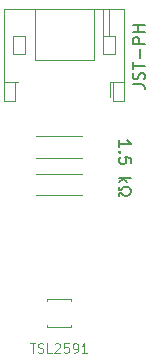
<source format=gbr>
%TF.GenerationSoftware,KiCad,Pcbnew,7.0.2-0*%
%TF.CreationDate,2023-12-19T13:33:06-05:00*%
%TF.ProjectId,TLS2591_v2,544c5332-3539-4315-9f76-322e6b696361,2*%
%TF.SameCoordinates,Original*%
%TF.FileFunction,Legend,Top*%
%TF.FilePolarity,Positive*%
%FSLAX46Y46*%
G04 Gerber Fmt 4.6, Leading zero omitted, Abs format (unit mm)*
G04 Created by KiCad (PCBNEW 7.0.2-0) date 2023-12-19 13:33:06*
%MOMM*%
%LPD*%
G01*
G04 APERTURE LIST*
%ADD10C,0.100000*%
%ADD11C,0.150000*%
%ADD12C,0.120000*%
G04 APERTURE END LIST*
D10*
X149428190Y-99686095D02*
X149885333Y-99686095D01*
X149656761Y-100486095D02*
X149656761Y-99686095D01*
X150113904Y-100448000D02*
X150228190Y-100486095D01*
X150228190Y-100486095D02*
X150418666Y-100486095D01*
X150418666Y-100486095D02*
X150494857Y-100448000D01*
X150494857Y-100448000D02*
X150532952Y-100409904D01*
X150532952Y-100409904D02*
X150571047Y-100333714D01*
X150571047Y-100333714D02*
X150571047Y-100257523D01*
X150571047Y-100257523D02*
X150532952Y-100181333D01*
X150532952Y-100181333D02*
X150494857Y-100143238D01*
X150494857Y-100143238D02*
X150418666Y-100105142D01*
X150418666Y-100105142D02*
X150266285Y-100067047D01*
X150266285Y-100067047D02*
X150190095Y-100028952D01*
X150190095Y-100028952D02*
X150152000Y-99990857D01*
X150152000Y-99990857D02*
X150113904Y-99914666D01*
X150113904Y-99914666D02*
X150113904Y-99838476D01*
X150113904Y-99838476D02*
X150152000Y-99762285D01*
X150152000Y-99762285D02*
X150190095Y-99724190D01*
X150190095Y-99724190D02*
X150266285Y-99686095D01*
X150266285Y-99686095D02*
X150456762Y-99686095D01*
X150456762Y-99686095D02*
X150571047Y-99724190D01*
X151294857Y-100486095D02*
X150913905Y-100486095D01*
X150913905Y-100486095D02*
X150913905Y-99686095D01*
X151523428Y-99762285D02*
X151561524Y-99724190D01*
X151561524Y-99724190D02*
X151637714Y-99686095D01*
X151637714Y-99686095D02*
X151828190Y-99686095D01*
X151828190Y-99686095D02*
X151904381Y-99724190D01*
X151904381Y-99724190D02*
X151942476Y-99762285D01*
X151942476Y-99762285D02*
X151980571Y-99838476D01*
X151980571Y-99838476D02*
X151980571Y-99914666D01*
X151980571Y-99914666D02*
X151942476Y-100028952D01*
X151942476Y-100028952D02*
X151485333Y-100486095D01*
X151485333Y-100486095D02*
X151980571Y-100486095D01*
X152704381Y-99686095D02*
X152323429Y-99686095D01*
X152323429Y-99686095D02*
X152285333Y-100067047D01*
X152285333Y-100067047D02*
X152323429Y-100028952D01*
X152323429Y-100028952D02*
X152399619Y-99990857D01*
X152399619Y-99990857D02*
X152590095Y-99990857D01*
X152590095Y-99990857D02*
X152666286Y-100028952D01*
X152666286Y-100028952D02*
X152704381Y-100067047D01*
X152704381Y-100067047D02*
X152742476Y-100143238D01*
X152742476Y-100143238D02*
X152742476Y-100333714D01*
X152742476Y-100333714D02*
X152704381Y-100409904D01*
X152704381Y-100409904D02*
X152666286Y-100448000D01*
X152666286Y-100448000D02*
X152590095Y-100486095D01*
X152590095Y-100486095D02*
X152399619Y-100486095D01*
X152399619Y-100486095D02*
X152323429Y-100448000D01*
X152323429Y-100448000D02*
X152285333Y-100409904D01*
X153123429Y-100486095D02*
X153275810Y-100486095D01*
X153275810Y-100486095D02*
X153352000Y-100448000D01*
X153352000Y-100448000D02*
X153390096Y-100409904D01*
X153390096Y-100409904D02*
X153466286Y-100295619D01*
X153466286Y-100295619D02*
X153504381Y-100143238D01*
X153504381Y-100143238D02*
X153504381Y-99838476D01*
X153504381Y-99838476D02*
X153466286Y-99762285D01*
X153466286Y-99762285D02*
X153428191Y-99724190D01*
X153428191Y-99724190D02*
X153352000Y-99686095D01*
X153352000Y-99686095D02*
X153199619Y-99686095D01*
X153199619Y-99686095D02*
X153123429Y-99724190D01*
X153123429Y-99724190D02*
X153085334Y-99762285D01*
X153085334Y-99762285D02*
X153047238Y-99838476D01*
X153047238Y-99838476D02*
X153047238Y-100028952D01*
X153047238Y-100028952D02*
X153085334Y-100105142D01*
X153085334Y-100105142D02*
X153123429Y-100143238D01*
X153123429Y-100143238D02*
X153199619Y-100181333D01*
X153199619Y-100181333D02*
X153352000Y-100181333D01*
X153352000Y-100181333D02*
X153428191Y-100143238D01*
X153428191Y-100143238D02*
X153466286Y-100105142D01*
X153466286Y-100105142D02*
X153504381Y-100028952D01*
X154266286Y-100486095D02*
X153809143Y-100486095D01*
X154037715Y-100486095D02*
X154037715Y-99686095D01*
X154037715Y-99686095D02*
X153961524Y-99800380D01*
X153961524Y-99800380D02*
X153885334Y-99876571D01*
X153885334Y-99876571D02*
X153809143Y-99914666D01*
D11*
X158135619Y-77758990D02*
X158849904Y-77758990D01*
X158849904Y-77758990D02*
X158992761Y-77806609D01*
X158992761Y-77806609D02*
X159088000Y-77901847D01*
X159088000Y-77901847D02*
X159135619Y-78044704D01*
X159135619Y-78044704D02*
X159135619Y-78139942D01*
X159088000Y-77330418D02*
X159135619Y-77187561D01*
X159135619Y-77187561D02*
X159135619Y-76949466D01*
X159135619Y-76949466D02*
X159088000Y-76854228D01*
X159088000Y-76854228D02*
X159040380Y-76806609D01*
X159040380Y-76806609D02*
X158945142Y-76758990D01*
X158945142Y-76758990D02*
X158849904Y-76758990D01*
X158849904Y-76758990D02*
X158754666Y-76806609D01*
X158754666Y-76806609D02*
X158707047Y-76854228D01*
X158707047Y-76854228D02*
X158659428Y-76949466D01*
X158659428Y-76949466D02*
X158611809Y-77139942D01*
X158611809Y-77139942D02*
X158564190Y-77235180D01*
X158564190Y-77235180D02*
X158516571Y-77282799D01*
X158516571Y-77282799D02*
X158421333Y-77330418D01*
X158421333Y-77330418D02*
X158326095Y-77330418D01*
X158326095Y-77330418D02*
X158230857Y-77282799D01*
X158230857Y-77282799D02*
X158183238Y-77235180D01*
X158183238Y-77235180D02*
X158135619Y-77139942D01*
X158135619Y-77139942D02*
X158135619Y-76901847D01*
X158135619Y-76901847D02*
X158183238Y-76758990D01*
X158135619Y-76473275D02*
X158135619Y-75901847D01*
X159135619Y-76187561D02*
X158135619Y-76187561D01*
X158754666Y-75568513D02*
X158754666Y-74806609D01*
X159135619Y-74330418D02*
X158135619Y-74330418D01*
X158135619Y-74330418D02*
X158135619Y-73949466D01*
X158135619Y-73949466D02*
X158183238Y-73854228D01*
X158183238Y-73854228D02*
X158230857Y-73806609D01*
X158230857Y-73806609D02*
X158326095Y-73758990D01*
X158326095Y-73758990D02*
X158468952Y-73758990D01*
X158468952Y-73758990D02*
X158564190Y-73806609D01*
X158564190Y-73806609D02*
X158611809Y-73854228D01*
X158611809Y-73854228D02*
X158659428Y-73949466D01*
X158659428Y-73949466D02*
X158659428Y-74330418D01*
X159135619Y-73330418D02*
X158135619Y-73330418D01*
X158611809Y-73330418D02*
X158611809Y-72758990D01*
X159135619Y-72758990D02*
X158135619Y-72758990D01*
X156967380Y-83057904D02*
X156967380Y-82486476D01*
X156967380Y-82772190D02*
X157967380Y-82772190D01*
X157967380Y-82772190D02*
X157824523Y-82676952D01*
X157824523Y-82676952D02*
X157729285Y-82581714D01*
X157729285Y-82581714D02*
X157681666Y-82486476D01*
X157062619Y-83486476D02*
X157015000Y-83534095D01*
X157015000Y-83534095D02*
X156967380Y-83486476D01*
X156967380Y-83486476D02*
X157015000Y-83438857D01*
X157015000Y-83438857D02*
X157062619Y-83486476D01*
X157062619Y-83486476D02*
X156967380Y-83486476D01*
X157967380Y-84438856D02*
X157967380Y-83962666D01*
X157967380Y-83962666D02*
X157491190Y-83915047D01*
X157491190Y-83915047D02*
X157538809Y-83962666D01*
X157538809Y-83962666D02*
X157586428Y-84057904D01*
X157586428Y-84057904D02*
X157586428Y-84295999D01*
X157586428Y-84295999D02*
X157538809Y-84391237D01*
X157538809Y-84391237D02*
X157491190Y-84438856D01*
X157491190Y-84438856D02*
X157395952Y-84486475D01*
X157395952Y-84486475D02*
X157157857Y-84486475D01*
X157157857Y-84486475D02*
X157062619Y-84438856D01*
X157062619Y-84438856D02*
X157015000Y-84391237D01*
X157015000Y-84391237D02*
X156967380Y-84295999D01*
X156967380Y-84295999D02*
X156967380Y-84057904D01*
X156967380Y-84057904D02*
X157015000Y-83962666D01*
X157015000Y-83962666D02*
X157062619Y-83915047D01*
X156967380Y-85676952D02*
X157967380Y-85676952D01*
X157348333Y-85772190D02*
X156967380Y-86057904D01*
X157634047Y-86057904D02*
X157253095Y-85676952D01*
X156967380Y-86438857D02*
X156967380Y-86676952D01*
X156967380Y-86676952D02*
X157157857Y-86676952D01*
X157157857Y-86676952D02*
X157205476Y-86581714D01*
X157205476Y-86581714D02*
X157300714Y-86486476D01*
X157300714Y-86486476D02*
X157443571Y-86438857D01*
X157443571Y-86438857D02*
X157681666Y-86438857D01*
X157681666Y-86438857D02*
X157824523Y-86486476D01*
X157824523Y-86486476D02*
X157919761Y-86581714D01*
X157919761Y-86581714D02*
X157967380Y-86724571D01*
X157967380Y-86724571D02*
X157967380Y-86915047D01*
X157967380Y-86915047D02*
X157919761Y-87057904D01*
X157919761Y-87057904D02*
X157824523Y-87153142D01*
X157824523Y-87153142D02*
X157681666Y-87200761D01*
X157681666Y-87200761D02*
X157443571Y-87200761D01*
X157443571Y-87200761D02*
X157300714Y-87153142D01*
X157300714Y-87153142D02*
X157205476Y-87057904D01*
X157205476Y-87057904D02*
X157157857Y-86962666D01*
X157157857Y-86962666D02*
X156967380Y-86962666D01*
X156967380Y-86962666D02*
X156967380Y-87200761D01*
D10*
%TO.C,IC1*%
X150880000Y-95940000D02*
X152880000Y-95940000D01*
X150880000Y-96140000D02*
X150880000Y-95940000D01*
X150880000Y-98140000D02*
X150880000Y-98340000D01*
X150880000Y-98340000D02*
X152880000Y-98340000D01*
X152880000Y-95940000D02*
X152880000Y-96140000D01*
X152880000Y-98340000D02*
X152880000Y-98140000D01*
D12*
%TO.C,R2*%
X149972000Y-85313000D02*
X153812000Y-85313000D01*
X149972000Y-87153000D02*
X153812000Y-87153000D01*
%TO.C,R1*%
X149972000Y-82138000D02*
X153812000Y-82138000D01*
X149972000Y-83978000D02*
X153812000Y-83978000D01*
%TO.C,J1*%
X157374400Y-79184000D02*
X157374400Y-71364000D01*
X157374400Y-77584000D02*
X156454400Y-77584000D01*
X157374400Y-71364000D02*
X147254400Y-71364000D01*
X156614400Y-75224000D02*
X156614400Y-73624000D01*
X156614400Y-73624000D02*
X155614400Y-73624000D01*
X156454400Y-79184000D02*
X157374400Y-79184000D01*
X156454400Y-77584000D02*
X156454400Y-79184000D01*
X156174400Y-77584000D02*
X156454400Y-77584000D01*
X156174400Y-77584000D02*
X156174400Y-78799000D01*
X156114400Y-73624000D02*
X156114400Y-71364000D01*
X155614400Y-75224000D02*
X156614400Y-75224000D01*
X155614400Y-73624000D02*
X155614400Y-75224000D01*
X155614400Y-73624000D02*
X155614400Y-71364000D01*
X154814400Y-75724000D02*
X149814400Y-75724000D01*
X154814400Y-71364000D02*
X154814400Y-75724000D01*
X149814400Y-75724000D02*
X149814400Y-71364000D01*
X149014400Y-75224000D02*
X148014400Y-75224000D01*
X149014400Y-73624000D02*
X149014400Y-75224000D01*
X148174400Y-79184000D02*
X148174400Y-77584000D01*
X148174400Y-77584000D02*
X148454400Y-77584000D01*
X148014400Y-75224000D02*
X148014400Y-73624000D01*
X148014400Y-73624000D02*
X149014400Y-73624000D01*
X147254400Y-79184000D02*
X148174400Y-79184000D01*
X147254400Y-77584000D02*
X148174400Y-77584000D01*
X147254400Y-71364000D02*
X147254400Y-79184000D01*
%TD*%
M02*

</source>
